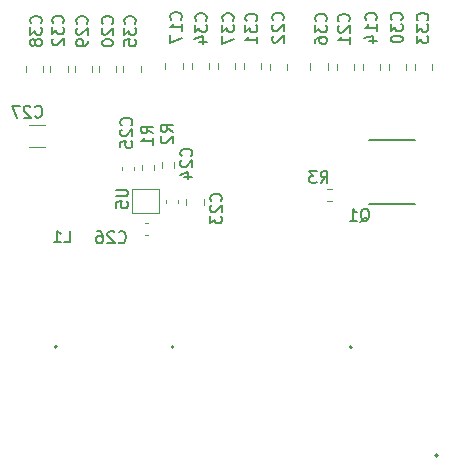
<source format=gbr>
%TF.GenerationSoftware,KiCad,Pcbnew,(6.0.7)*%
%TF.CreationDate,2022-10-31T13:10:49+02:00*%
%TF.ProjectId,DeltaX_SAGA,44656c74-6158-45f5-9341-47412e6b6963,rev?*%
%TF.SameCoordinates,Original*%
%TF.FileFunction,Legend,Bot*%
%TF.FilePolarity,Positive*%
%FSLAX46Y46*%
G04 Gerber Fmt 4.6, Leading zero omitted, Abs format (unit mm)*
G04 Created by KiCad (PCBNEW (6.0.7)) date 2022-10-31 13:10:49*
%MOMM*%
%LPD*%
G01*
G04 APERTURE LIST*
%ADD10C,0.150000*%
%ADD11C,0.200000*%
%ADD12C,0.120000*%
%ADD13C,0.127000*%
G04 APERTURE END LIST*
D10*
%TO.C,U10*%
D11*
%TO.C,U5*%
X133141180Y-101432295D02*
X133950704Y-101432295D01*
X134045942Y-101479914D01*
X134093561Y-101527533D01*
X134141180Y-101622771D01*
X134141180Y-101813247D01*
X134093561Y-101908485D01*
X134045942Y-101956104D01*
X133950704Y-102003723D01*
X133141180Y-102003723D01*
X133141180Y-102956104D02*
X133141180Y-102479914D01*
X133617371Y-102432295D01*
X133569752Y-102479914D01*
X133522133Y-102575152D01*
X133522133Y-102813247D01*
X133569752Y-102908485D01*
X133617371Y-102956104D01*
X133712609Y-103003723D01*
X133950704Y-103003723D01*
X134045942Y-102956104D01*
X134093561Y-102908485D01*
X134141180Y-102813247D01*
X134141180Y-102575152D01*
X134093561Y-102479914D01*
X134045942Y-102432295D01*
%TO.C,C38*%
X126755942Y-87361342D02*
X126803561Y-87313723D01*
X126851180Y-87170866D01*
X126851180Y-87075628D01*
X126803561Y-86932771D01*
X126708323Y-86837533D01*
X126613085Y-86789914D01*
X126422609Y-86742295D01*
X126279752Y-86742295D01*
X126089276Y-86789914D01*
X125994038Y-86837533D01*
X125898800Y-86932771D01*
X125851180Y-87075628D01*
X125851180Y-87170866D01*
X125898800Y-87313723D01*
X125946419Y-87361342D01*
X125851180Y-87694676D02*
X125851180Y-88313723D01*
X126232133Y-87980390D01*
X126232133Y-88123247D01*
X126279752Y-88218485D01*
X126327371Y-88266104D01*
X126422609Y-88313723D01*
X126660704Y-88313723D01*
X126755942Y-88266104D01*
X126803561Y-88218485D01*
X126851180Y-88123247D01*
X126851180Y-87837533D01*
X126803561Y-87742295D01*
X126755942Y-87694676D01*
X126279752Y-88885152D02*
X126232133Y-88789914D01*
X126184514Y-88742295D01*
X126089276Y-88694676D01*
X126041657Y-88694676D01*
X125946419Y-88742295D01*
X125898800Y-88789914D01*
X125851180Y-88885152D01*
X125851180Y-89075628D01*
X125898800Y-89170866D01*
X125946419Y-89218485D01*
X126041657Y-89266104D01*
X126089276Y-89266104D01*
X126184514Y-89218485D01*
X126232133Y-89170866D01*
X126279752Y-89075628D01*
X126279752Y-88885152D01*
X126327371Y-88789914D01*
X126374990Y-88742295D01*
X126470228Y-88694676D01*
X126660704Y-88694676D01*
X126755942Y-88742295D01*
X126803561Y-88789914D01*
X126851180Y-88885152D01*
X126851180Y-89075628D01*
X126803561Y-89170866D01*
X126755942Y-89218485D01*
X126660704Y-89266104D01*
X126470228Y-89266104D01*
X126374990Y-89218485D01*
X126327371Y-89170866D01*
X126279752Y-89075628D01*
%TO.C,C27*%
X126261657Y-95241342D02*
X126309276Y-95288961D01*
X126452133Y-95336580D01*
X126547371Y-95336580D01*
X126690228Y-95288961D01*
X126785466Y-95193723D01*
X126833085Y-95098485D01*
X126880704Y-94908009D01*
X126880704Y-94765152D01*
X126833085Y-94574676D01*
X126785466Y-94479438D01*
X126690228Y-94384200D01*
X126547371Y-94336580D01*
X126452133Y-94336580D01*
X126309276Y-94384200D01*
X126261657Y-94431819D01*
X125880704Y-94431819D02*
X125833085Y-94384200D01*
X125737847Y-94336580D01*
X125499752Y-94336580D01*
X125404514Y-94384200D01*
X125356895Y-94431819D01*
X125309276Y-94527057D01*
X125309276Y-94622295D01*
X125356895Y-94765152D01*
X125928323Y-95336580D01*
X125309276Y-95336580D01*
X124975942Y-94336580D02*
X124309276Y-94336580D01*
X124737847Y-95336580D01*
%TO.C,C31*%
X144985942Y-87161342D02*
X145033561Y-87113723D01*
X145081180Y-86970866D01*
X145081180Y-86875628D01*
X145033561Y-86732771D01*
X144938323Y-86637533D01*
X144843085Y-86589914D01*
X144652609Y-86542295D01*
X144509752Y-86542295D01*
X144319276Y-86589914D01*
X144224038Y-86637533D01*
X144128800Y-86732771D01*
X144081180Y-86875628D01*
X144081180Y-86970866D01*
X144128800Y-87113723D01*
X144176419Y-87161342D01*
X144081180Y-87494676D02*
X144081180Y-88113723D01*
X144462133Y-87780390D01*
X144462133Y-87923247D01*
X144509752Y-88018485D01*
X144557371Y-88066104D01*
X144652609Y-88113723D01*
X144890704Y-88113723D01*
X144985942Y-88066104D01*
X145033561Y-88018485D01*
X145081180Y-87923247D01*
X145081180Y-87637533D01*
X145033561Y-87542295D01*
X144985942Y-87494676D01*
X145081180Y-89066104D02*
X145081180Y-88494676D01*
X145081180Y-88780390D02*
X144081180Y-88780390D01*
X144224038Y-88685152D01*
X144319276Y-88589914D01*
X144366895Y-88494676D01*
%TO.C,R1*%
X136241180Y-96687533D02*
X135764990Y-96354200D01*
X136241180Y-96116104D02*
X135241180Y-96116104D01*
X135241180Y-96497057D01*
X135288800Y-96592295D01*
X135336419Y-96639914D01*
X135431657Y-96687533D01*
X135574514Y-96687533D01*
X135669752Y-96639914D01*
X135717371Y-96592295D01*
X135764990Y-96497057D01*
X135764990Y-96116104D01*
X136241180Y-97639914D02*
X136241180Y-97068485D01*
X136241180Y-97354200D02*
X135241180Y-97354200D01*
X135384038Y-97258961D01*
X135479276Y-97163723D01*
X135526895Y-97068485D01*
%TO.C,C22*%
X147245942Y-87101342D02*
X147293561Y-87053723D01*
X147341180Y-86910866D01*
X147341180Y-86815628D01*
X147293561Y-86672771D01*
X147198323Y-86577533D01*
X147103085Y-86529914D01*
X146912609Y-86482295D01*
X146769752Y-86482295D01*
X146579276Y-86529914D01*
X146484038Y-86577533D01*
X146388800Y-86672771D01*
X146341180Y-86815628D01*
X146341180Y-86910866D01*
X146388800Y-87053723D01*
X146436419Y-87101342D01*
X146436419Y-87482295D02*
X146388800Y-87529914D01*
X146341180Y-87625152D01*
X146341180Y-87863247D01*
X146388800Y-87958485D01*
X146436419Y-88006104D01*
X146531657Y-88053723D01*
X146626895Y-88053723D01*
X146769752Y-88006104D01*
X147341180Y-87434676D01*
X147341180Y-88053723D01*
X146436419Y-88434676D02*
X146388800Y-88482295D01*
X146341180Y-88577533D01*
X146341180Y-88815628D01*
X146388800Y-88910866D01*
X146436419Y-88958485D01*
X146531657Y-89006104D01*
X146626895Y-89006104D01*
X146769752Y-88958485D01*
X147341180Y-88387057D01*
X147341180Y-89006104D01*
%TO.C,C26*%
X133351657Y-105881342D02*
X133399276Y-105928961D01*
X133542133Y-105976580D01*
X133637371Y-105976580D01*
X133780228Y-105928961D01*
X133875466Y-105833723D01*
X133923085Y-105738485D01*
X133970704Y-105548009D01*
X133970704Y-105405152D01*
X133923085Y-105214676D01*
X133875466Y-105119438D01*
X133780228Y-105024200D01*
X133637371Y-104976580D01*
X133542133Y-104976580D01*
X133399276Y-105024200D01*
X133351657Y-105071819D01*
X132970704Y-105071819D02*
X132923085Y-105024200D01*
X132827847Y-104976580D01*
X132589752Y-104976580D01*
X132494514Y-105024200D01*
X132446895Y-105071819D01*
X132399276Y-105167057D01*
X132399276Y-105262295D01*
X132446895Y-105405152D01*
X133018323Y-105976580D01*
X132399276Y-105976580D01*
X131542133Y-104976580D02*
X131732609Y-104976580D01*
X131827847Y-105024200D01*
X131875466Y-105071819D01*
X131970704Y-105214676D01*
X132018323Y-105405152D01*
X132018323Y-105786104D01*
X131970704Y-105881342D01*
X131923085Y-105928961D01*
X131827847Y-105976580D01*
X131637371Y-105976580D01*
X131542133Y-105928961D01*
X131494514Y-105881342D01*
X131446895Y-105786104D01*
X131446895Y-105548009D01*
X131494514Y-105452771D01*
X131542133Y-105405152D01*
X131637371Y-105357533D01*
X131827847Y-105357533D01*
X131923085Y-105405152D01*
X131970704Y-105452771D01*
X132018323Y-105548009D01*
%TO.C,C20*%
X132805942Y-87391342D02*
X132853561Y-87343723D01*
X132901180Y-87200866D01*
X132901180Y-87105628D01*
X132853561Y-86962771D01*
X132758323Y-86867533D01*
X132663085Y-86819914D01*
X132472609Y-86772295D01*
X132329752Y-86772295D01*
X132139276Y-86819914D01*
X132044038Y-86867533D01*
X131948800Y-86962771D01*
X131901180Y-87105628D01*
X131901180Y-87200866D01*
X131948800Y-87343723D01*
X131996419Y-87391342D01*
X131996419Y-87772295D02*
X131948800Y-87819914D01*
X131901180Y-87915152D01*
X131901180Y-88153247D01*
X131948800Y-88248485D01*
X131996419Y-88296104D01*
X132091657Y-88343723D01*
X132186895Y-88343723D01*
X132329752Y-88296104D01*
X132901180Y-87724676D01*
X132901180Y-88343723D01*
X131901180Y-88962771D02*
X131901180Y-89058009D01*
X131948800Y-89153247D01*
X131996419Y-89200866D01*
X132091657Y-89248485D01*
X132282133Y-89296104D01*
X132520228Y-89296104D01*
X132710704Y-89248485D01*
X132805942Y-89200866D01*
X132853561Y-89153247D01*
X132901180Y-89058009D01*
X132901180Y-88962771D01*
X132853561Y-88867533D01*
X132805942Y-88819914D01*
X132710704Y-88772295D01*
X132520228Y-88724676D01*
X132282133Y-88724676D01*
X132091657Y-88772295D01*
X131996419Y-88819914D01*
X131948800Y-88867533D01*
X131901180Y-88962771D01*
%TO.C,C23*%
X141995942Y-102401342D02*
X142043561Y-102353723D01*
X142091180Y-102210866D01*
X142091180Y-102115628D01*
X142043561Y-101972771D01*
X141948323Y-101877533D01*
X141853085Y-101829914D01*
X141662609Y-101782295D01*
X141519752Y-101782295D01*
X141329276Y-101829914D01*
X141234038Y-101877533D01*
X141138800Y-101972771D01*
X141091180Y-102115628D01*
X141091180Y-102210866D01*
X141138800Y-102353723D01*
X141186419Y-102401342D01*
X141186419Y-102782295D02*
X141138800Y-102829914D01*
X141091180Y-102925152D01*
X141091180Y-103163247D01*
X141138800Y-103258485D01*
X141186419Y-103306104D01*
X141281657Y-103353723D01*
X141376895Y-103353723D01*
X141519752Y-103306104D01*
X142091180Y-102734676D01*
X142091180Y-103353723D01*
X141091180Y-103687057D02*
X141091180Y-104306104D01*
X141472133Y-103972771D01*
X141472133Y-104115628D01*
X141519752Y-104210866D01*
X141567371Y-104258485D01*
X141662609Y-104306104D01*
X141900704Y-104306104D01*
X141995942Y-104258485D01*
X142043561Y-104210866D01*
X142091180Y-104115628D01*
X142091180Y-103829914D01*
X142043561Y-103734676D01*
X141995942Y-103687057D01*
%TO.C,C32*%
X128605942Y-87331342D02*
X128653561Y-87283723D01*
X128701180Y-87140866D01*
X128701180Y-87045628D01*
X128653561Y-86902771D01*
X128558323Y-86807533D01*
X128463085Y-86759914D01*
X128272609Y-86712295D01*
X128129752Y-86712295D01*
X127939276Y-86759914D01*
X127844038Y-86807533D01*
X127748800Y-86902771D01*
X127701180Y-87045628D01*
X127701180Y-87140866D01*
X127748800Y-87283723D01*
X127796419Y-87331342D01*
X127701180Y-87664676D02*
X127701180Y-88283723D01*
X128082133Y-87950390D01*
X128082133Y-88093247D01*
X128129752Y-88188485D01*
X128177371Y-88236104D01*
X128272609Y-88283723D01*
X128510704Y-88283723D01*
X128605942Y-88236104D01*
X128653561Y-88188485D01*
X128701180Y-88093247D01*
X128701180Y-87807533D01*
X128653561Y-87712295D01*
X128605942Y-87664676D01*
X127796419Y-88664676D02*
X127748800Y-88712295D01*
X127701180Y-88807533D01*
X127701180Y-89045628D01*
X127748800Y-89140866D01*
X127796419Y-89188485D01*
X127891657Y-89236104D01*
X127986895Y-89236104D01*
X128129752Y-89188485D01*
X128701180Y-88617057D01*
X128701180Y-89236104D01*
%TO.C,R3*%
X150445466Y-100876580D02*
X150778800Y-100400390D01*
X151016895Y-100876580D02*
X151016895Y-99876580D01*
X150635942Y-99876580D01*
X150540704Y-99924200D01*
X150493085Y-99971819D01*
X150445466Y-100067057D01*
X150445466Y-100209914D01*
X150493085Y-100305152D01*
X150540704Y-100352771D01*
X150635942Y-100400390D01*
X151016895Y-100400390D01*
X150112133Y-99876580D02*
X149493085Y-99876580D01*
X149826419Y-100257533D01*
X149683561Y-100257533D01*
X149588323Y-100305152D01*
X149540704Y-100352771D01*
X149493085Y-100448009D01*
X149493085Y-100686104D01*
X149540704Y-100781342D01*
X149588323Y-100828961D01*
X149683561Y-100876580D01*
X149969276Y-100876580D01*
X150064514Y-100828961D01*
X150112133Y-100781342D01*
%TO.C,C17*%
X138615942Y-87041342D02*
X138663561Y-86993723D01*
X138711180Y-86850866D01*
X138711180Y-86755628D01*
X138663561Y-86612771D01*
X138568323Y-86517533D01*
X138473085Y-86469914D01*
X138282609Y-86422295D01*
X138139752Y-86422295D01*
X137949276Y-86469914D01*
X137854038Y-86517533D01*
X137758800Y-86612771D01*
X137711180Y-86755628D01*
X137711180Y-86850866D01*
X137758800Y-86993723D01*
X137806419Y-87041342D01*
X138711180Y-87993723D02*
X138711180Y-87422295D01*
X138711180Y-87708009D02*
X137711180Y-87708009D01*
X137854038Y-87612771D01*
X137949276Y-87517533D01*
X137996895Y-87422295D01*
X137711180Y-88327057D02*
X137711180Y-88993723D01*
X138711180Y-88565152D01*
%TO.C,C14*%
X155105942Y-87071342D02*
X155153561Y-87023723D01*
X155201180Y-86880866D01*
X155201180Y-86785628D01*
X155153561Y-86642771D01*
X155058323Y-86547533D01*
X154963085Y-86499914D01*
X154772609Y-86452295D01*
X154629752Y-86452295D01*
X154439276Y-86499914D01*
X154344038Y-86547533D01*
X154248800Y-86642771D01*
X154201180Y-86785628D01*
X154201180Y-86880866D01*
X154248800Y-87023723D01*
X154296419Y-87071342D01*
X155201180Y-88023723D02*
X155201180Y-87452295D01*
X155201180Y-87738009D02*
X154201180Y-87738009D01*
X154344038Y-87642771D01*
X154439276Y-87547533D01*
X154486895Y-87452295D01*
X154534514Y-88880866D02*
X155201180Y-88880866D01*
X154153561Y-88642771D02*
X154867847Y-88404676D01*
X154867847Y-89023723D01*
%TO.C,C29*%
X130645942Y-87391342D02*
X130693561Y-87343723D01*
X130741180Y-87200866D01*
X130741180Y-87105628D01*
X130693561Y-86962771D01*
X130598323Y-86867533D01*
X130503085Y-86819914D01*
X130312609Y-86772295D01*
X130169752Y-86772295D01*
X129979276Y-86819914D01*
X129884038Y-86867533D01*
X129788800Y-86962771D01*
X129741180Y-87105628D01*
X129741180Y-87200866D01*
X129788800Y-87343723D01*
X129836419Y-87391342D01*
X129836419Y-87772295D02*
X129788800Y-87819914D01*
X129741180Y-87915152D01*
X129741180Y-88153247D01*
X129788800Y-88248485D01*
X129836419Y-88296104D01*
X129931657Y-88343723D01*
X130026895Y-88343723D01*
X130169752Y-88296104D01*
X130741180Y-87724676D01*
X130741180Y-88343723D01*
X130741180Y-88819914D02*
X130741180Y-89010390D01*
X130693561Y-89105628D01*
X130645942Y-89153247D01*
X130503085Y-89248485D01*
X130312609Y-89296104D01*
X129931657Y-89296104D01*
X129836419Y-89248485D01*
X129788800Y-89200866D01*
X129741180Y-89105628D01*
X129741180Y-88915152D01*
X129788800Y-88819914D01*
X129836419Y-88772295D01*
X129931657Y-88724676D01*
X130169752Y-88724676D01*
X130264990Y-88772295D01*
X130312609Y-88819914D01*
X130360228Y-88915152D01*
X130360228Y-89105628D01*
X130312609Y-89200866D01*
X130264990Y-89248485D01*
X130169752Y-89296104D01*
%TO.C,Q1*%
X153824038Y-104161819D02*
X153919276Y-104114200D01*
X154014514Y-104018961D01*
X154157371Y-103876104D01*
X154252609Y-103828485D01*
X154347847Y-103828485D01*
X154300228Y-104066580D02*
X154395466Y-104018961D01*
X154490704Y-103923723D01*
X154538323Y-103733247D01*
X154538323Y-103399914D01*
X154490704Y-103209438D01*
X154395466Y-103114200D01*
X154300228Y-103066580D01*
X154109752Y-103066580D01*
X154014514Y-103114200D01*
X153919276Y-103209438D01*
X153871657Y-103399914D01*
X153871657Y-103733247D01*
X153919276Y-103923723D01*
X154014514Y-104018961D01*
X154109752Y-104066580D01*
X154300228Y-104066580D01*
X152919276Y-104066580D02*
X153490704Y-104066580D01*
X153204990Y-104066580D02*
X153204990Y-103066580D01*
X153300228Y-103209438D01*
X153395466Y-103304676D01*
X153490704Y-103352295D01*
%TO.C,R2*%
X137921180Y-96557533D02*
X137444990Y-96224200D01*
X137921180Y-95986104D02*
X136921180Y-95986104D01*
X136921180Y-96367057D01*
X136968800Y-96462295D01*
X137016419Y-96509914D01*
X137111657Y-96557533D01*
X137254514Y-96557533D01*
X137349752Y-96509914D01*
X137397371Y-96462295D01*
X137444990Y-96367057D01*
X137444990Y-95986104D01*
X137016419Y-96938485D02*
X136968800Y-96986104D01*
X136921180Y-97081342D01*
X136921180Y-97319438D01*
X136968800Y-97414676D01*
X137016419Y-97462295D01*
X137111657Y-97509914D01*
X137206895Y-97509914D01*
X137349752Y-97462295D01*
X137921180Y-96890866D01*
X137921180Y-97509914D01*
%TO.C,C36*%
X150875942Y-87181342D02*
X150923561Y-87133723D01*
X150971180Y-86990866D01*
X150971180Y-86895628D01*
X150923561Y-86752771D01*
X150828323Y-86657533D01*
X150733085Y-86609914D01*
X150542609Y-86562295D01*
X150399752Y-86562295D01*
X150209276Y-86609914D01*
X150114038Y-86657533D01*
X150018800Y-86752771D01*
X149971180Y-86895628D01*
X149971180Y-86990866D01*
X150018800Y-87133723D01*
X150066419Y-87181342D01*
X149971180Y-87514676D02*
X149971180Y-88133723D01*
X150352133Y-87800390D01*
X150352133Y-87943247D01*
X150399752Y-88038485D01*
X150447371Y-88086104D01*
X150542609Y-88133723D01*
X150780704Y-88133723D01*
X150875942Y-88086104D01*
X150923561Y-88038485D01*
X150971180Y-87943247D01*
X150971180Y-87657533D01*
X150923561Y-87562295D01*
X150875942Y-87514676D01*
X149971180Y-88990866D02*
X149971180Y-88800390D01*
X150018800Y-88705152D01*
X150066419Y-88657533D01*
X150209276Y-88562295D01*
X150399752Y-88514676D01*
X150780704Y-88514676D01*
X150875942Y-88562295D01*
X150923561Y-88609914D01*
X150971180Y-88705152D01*
X150971180Y-88895628D01*
X150923561Y-88990866D01*
X150875942Y-89038485D01*
X150780704Y-89086104D01*
X150542609Y-89086104D01*
X150447371Y-89038485D01*
X150399752Y-88990866D01*
X150352133Y-88895628D01*
X150352133Y-88705152D01*
X150399752Y-88609914D01*
X150447371Y-88562295D01*
X150542609Y-88514676D01*
%TO.C,C30*%
X157285942Y-87071342D02*
X157333561Y-87023723D01*
X157381180Y-86880866D01*
X157381180Y-86785628D01*
X157333561Y-86642771D01*
X157238323Y-86547533D01*
X157143085Y-86499914D01*
X156952609Y-86452295D01*
X156809752Y-86452295D01*
X156619276Y-86499914D01*
X156524038Y-86547533D01*
X156428800Y-86642771D01*
X156381180Y-86785628D01*
X156381180Y-86880866D01*
X156428800Y-87023723D01*
X156476419Y-87071342D01*
X156381180Y-87404676D02*
X156381180Y-88023723D01*
X156762133Y-87690390D01*
X156762133Y-87833247D01*
X156809752Y-87928485D01*
X156857371Y-87976104D01*
X156952609Y-88023723D01*
X157190704Y-88023723D01*
X157285942Y-87976104D01*
X157333561Y-87928485D01*
X157381180Y-87833247D01*
X157381180Y-87547533D01*
X157333561Y-87452295D01*
X157285942Y-87404676D01*
X156381180Y-88642771D02*
X156381180Y-88738009D01*
X156428800Y-88833247D01*
X156476419Y-88880866D01*
X156571657Y-88928485D01*
X156762133Y-88976104D01*
X157000228Y-88976104D01*
X157190704Y-88928485D01*
X157285942Y-88880866D01*
X157333561Y-88833247D01*
X157381180Y-88738009D01*
X157381180Y-88642771D01*
X157333561Y-88547533D01*
X157285942Y-88499914D01*
X157190704Y-88452295D01*
X157000228Y-88404676D01*
X156762133Y-88404676D01*
X156571657Y-88452295D01*
X156476419Y-88499914D01*
X156428800Y-88547533D01*
X156381180Y-88642771D01*
%TO.C,C25*%
X134405942Y-95991342D02*
X134453561Y-95943723D01*
X134501180Y-95800866D01*
X134501180Y-95705628D01*
X134453561Y-95562771D01*
X134358323Y-95467533D01*
X134263085Y-95419914D01*
X134072609Y-95372295D01*
X133929752Y-95372295D01*
X133739276Y-95419914D01*
X133644038Y-95467533D01*
X133548800Y-95562771D01*
X133501180Y-95705628D01*
X133501180Y-95800866D01*
X133548800Y-95943723D01*
X133596419Y-95991342D01*
X133596419Y-96372295D02*
X133548800Y-96419914D01*
X133501180Y-96515152D01*
X133501180Y-96753247D01*
X133548800Y-96848485D01*
X133596419Y-96896104D01*
X133691657Y-96943723D01*
X133786895Y-96943723D01*
X133929752Y-96896104D01*
X134501180Y-96324676D01*
X134501180Y-96943723D01*
X133501180Y-97848485D02*
X133501180Y-97372295D01*
X133977371Y-97324676D01*
X133929752Y-97372295D01*
X133882133Y-97467533D01*
X133882133Y-97705628D01*
X133929752Y-97800866D01*
X133977371Y-97848485D01*
X134072609Y-97896104D01*
X134310704Y-97896104D01*
X134405942Y-97848485D01*
X134453561Y-97800866D01*
X134501180Y-97705628D01*
X134501180Y-97467533D01*
X134453561Y-97372295D01*
X134405942Y-97324676D01*
%TO.C,L1*%
X128725466Y-105916580D02*
X129201657Y-105916580D01*
X129201657Y-104916580D01*
X127868323Y-105916580D02*
X128439752Y-105916580D01*
X128154038Y-105916580D02*
X128154038Y-104916580D01*
X128249276Y-105059438D01*
X128344514Y-105154676D01*
X128439752Y-105202295D01*
%TO.C,C24*%
X139485942Y-98591342D02*
X139533561Y-98543723D01*
X139581180Y-98400866D01*
X139581180Y-98305628D01*
X139533561Y-98162771D01*
X139438323Y-98067533D01*
X139343085Y-98019914D01*
X139152609Y-97972295D01*
X139009752Y-97972295D01*
X138819276Y-98019914D01*
X138724038Y-98067533D01*
X138628800Y-98162771D01*
X138581180Y-98305628D01*
X138581180Y-98400866D01*
X138628800Y-98543723D01*
X138676419Y-98591342D01*
X138676419Y-98972295D02*
X138628800Y-99019914D01*
X138581180Y-99115152D01*
X138581180Y-99353247D01*
X138628800Y-99448485D01*
X138676419Y-99496104D01*
X138771657Y-99543723D01*
X138866895Y-99543723D01*
X139009752Y-99496104D01*
X139581180Y-98924676D01*
X139581180Y-99543723D01*
X138914514Y-100400866D02*
X139581180Y-100400866D01*
X138533561Y-100162771D02*
X139247847Y-99924676D01*
X139247847Y-100543723D01*
%TO.C,C35*%
X134715942Y-87391342D02*
X134763561Y-87343723D01*
X134811180Y-87200866D01*
X134811180Y-87105628D01*
X134763561Y-86962771D01*
X134668323Y-86867533D01*
X134573085Y-86819914D01*
X134382609Y-86772295D01*
X134239752Y-86772295D01*
X134049276Y-86819914D01*
X133954038Y-86867533D01*
X133858800Y-86962771D01*
X133811180Y-87105628D01*
X133811180Y-87200866D01*
X133858800Y-87343723D01*
X133906419Y-87391342D01*
X133811180Y-87724676D02*
X133811180Y-88343723D01*
X134192133Y-88010390D01*
X134192133Y-88153247D01*
X134239752Y-88248485D01*
X134287371Y-88296104D01*
X134382609Y-88343723D01*
X134620704Y-88343723D01*
X134715942Y-88296104D01*
X134763561Y-88248485D01*
X134811180Y-88153247D01*
X134811180Y-87867533D01*
X134763561Y-87772295D01*
X134715942Y-87724676D01*
X133811180Y-89248485D02*
X133811180Y-88772295D01*
X134287371Y-88724676D01*
X134239752Y-88772295D01*
X134192133Y-88867533D01*
X134192133Y-89105628D01*
X134239752Y-89200866D01*
X134287371Y-89248485D01*
X134382609Y-89296104D01*
X134620704Y-89296104D01*
X134715942Y-89248485D01*
X134763561Y-89200866D01*
X134811180Y-89105628D01*
X134811180Y-88867533D01*
X134763561Y-88772295D01*
X134715942Y-88724676D01*
%TO.C,C34*%
X140715942Y-87131342D02*
X140763561Y-87083723D01*
X140811180Y-86940866D01*
X140811180Y-86845628D01*
X140763561Y-86702771D01*
X140668323Y-86607533D01*
X140573085Y-86559914D01*
X140382609Y-86512295D01*
X140239752Y-86512295D01*
X140049276Y-86559914D01*
X139954038Y-86607533D01*
X139858800Y-86702771D01*
X139811180Y-86845628D01*
X139811180Y-86940866D01*
X139858800Y-87083723D01*
X139906419Y-87131342D01*
X139811180Y-87464676D02*
X139811180Y-88083723D01*
X140192133Y-87750390D01*
X140192133Y-87893247D01*
X140239752Y-87988485D01*
X140287371Y-88036104D01*
X140382609Y-88083723D01*
X140620704Y-88083723D01*
X140715942Y-88036104D01*
X140763561Y-87988485D01*
X140811180Y-87893247D01*
X140811180Y-87607533D01*
X140763561Y-87512295D01*
X140715942Y-87464676D01*
X140144514Y-88940866D02*
X140811180Y-88940866D01*
X139763561Y-88702771D02*
X140477847Y-88464676D01*
X140477847Y-89083723D01*
%TO.C,C33*%
X159475942Y-87111342D02*
X159523561Y-87063723D01*
X159571180Y-86920866D01*
X159571180Y-86825628D01*
X159523561Y-86682771D01*
X159428323Y-86587533D01*
X159333085Y-86539914D01*
X159142609Y-86492295D01*
X158999752Y-86492295D01*
X158809276Y-86539914D01*
X158714038Y-86587533D01*
X158618800Y-86682771D01*
X158571180Y-86825628D01*
X158571180Y-86920866D01*
X158618800Y-87063723D01*
X158666419Y-87111342D01*
X158571180Y-87444676D02*
X158571180Y-88063723D01*
X158952133Y-87730390D01*
X158952133Y-87873247D01*
X158999752Y-87968485D01*
X159047371Y-88016104D01*
X159142609Y-88063723D01*
X159380704Y-88063723D01*
X159475942Y-88016104D01*
X159523561Y-87968485D01*
X159571180Y-87873247D01*
X159571180Y-87587533D01*
X159523561Y-87492295D01*
X159475942Y-87444676D01*
X158571180Y-88397057D02*
X158571180Y-89016104D01*
X158952133Y-88682771D01*
X158952133Y-88825628D01*
X158999752Y-88920866D01*
X159047371Y-88968485D01*
X159142609Y-89016104D01*
X159380704Y-89016104D01*
X159475942Y-88968485D01*
X159523561Y-88920866D01*
X159571180Y-88825628D01*
X159571180Y-88539914D01*
X159523561Y-88444676D01*
X159475942Y-88397057D01*
%TO.C,C21*%
X152815942Y-87191342D02*
X152863561Y-87143723D01*
X152911180Y-87000866D01*
X152911180Y-86905628D01*
X152863561Y-86762771D01*
X152768323Y-86667533D01*
X152673085Y-86619914D01*
X152482609Y-86572295D01*
X152339752Y-86572295D01*
X152149276Y-86619914D01*
X152054038Y-86667533D01*
X151958800Y-86762771D01*
X151911180Y-86905628D01*
X151911180Y-87000866D01*
X151958800Y-87143723D01*
X152006419Y-87191342D01*
X152006419Y-87572295D02*
X151958800Y-87619914D01*
X151911180Y-87715152D01*
X151911180Y-87953247D01*
X151958800Y-88048485D01*
X152006419Y-88096104D01*
X152101657Y-88143723D01*
X152196895Y-88143723D01*
X152339752Y-88096104D01*
X152911180Y-87524676D01*
X152911180Y-88143723D01*
X152911180Y-89096104D02*
X152911180Y-88524676D01*
X152911180Y-88810390D02*
X151911180Y-88810390D01*
X152054038Y-88715152D01*
X152149276Y-88619914D01*
X152196895Y-88524676D01*
%TO.C,C37*%
X143005942Y-87141342D02*
X143053561Y-87093723D01*
X143101180Y-86950866D01*
X143101180Y-86855628D01*
X143053561Y-86712771D01*
X142958323Y-86617533D01*
X142863085Y-86569914D01*
X142672609Y-86522295D01*
X142529752Y-86522295D01*
X142339276Y-86569914D01*
X142244038Y-86617533D01*
X142148800Y-86712771D01*
X142101180Y-86855628D01*
X142101180Y-86950866D01*
X142148800Y-87093723D01*
X142196419Y-87141342D01*
X142101180Y-87474676D02*
X142101180Y-88093723D01*
X142482133Y-87760390D01*
X142482133Y-87903247D01*
X142529752Y-87998485D01*
X142577371Y-88046104D01*
X142672609Y-88093723D01*
X142910704Y-88093723D01*
X143005942Y-88046104D01*
X143053561Y-87998485D01*
X143101180Y-87903247D01*
X143101180Y-87617533D01*
X143053561Y-87522295D01*
X143005942Y-87474676D01*
X142101180Y-88427057D02*
X142101180Y-89093723D01*
X143101180Y-88665152D01*
D12*
%TO.C,U5*%
X136724600Y-101429200D02*
X134438600Y-101429200D01*
X134438600Y-101429200D02*
X134438600Y-103461200D01*
X134438600Y-103461200D02*
X136724600Y-103461200D01*
X136724600Y-103461200D02*
X136724600Y-101429200D01*
%TO.C,C38*%
X126969400Y-91494852D02*
X126969400Y-90972348D01*
X125499400Y-91494852D02*
X125499400Y-90972348D01*
%TO.C,C27*%
X125726348Y-97792600D02*
X127148852Y-97792600D01*
X125726348Y-95972600D02*
X127148852Y-95972600D01*
%TO.C,C31*%
X145409800Y-91266252D02*
X145409800Y-90743748D01*
X143939800Y-91266252D02*
X143939800Y-90743748D01*
%TO.C,R1*%
X135296300Y-99346942D02*
X135296300Y-99821458D01*
X136341300Y-99346942D02*
X136341300Y-99821458D01*
%TO.C,C22*%
X146149600Y-91291652D02*
X146149600Y-90769148D01*
X147619600Y-91291652D02*
X147619600Y-90769148D01*
%TO.C,C26*%
X135849180Y-105317400D02*
X135568020Y-105317400D01*
X135849180Y-104297400D02*
X135568020Y-104297400D01*
%TO.C,C20*%
X131671600Y-91494852D02*
X131671600Y-90972348D01*
X133141600Y-91494852D02*
X133141600Y-90972348D01*
%TO.C,C23*%
X140533000Y-102209348D02*
X140533000Y-102731852D01*
X139063000Y-102209348D02*
X139063000Y-102731852D01*
%TO.C,C32*%
X127556800Y-91494852D02*
X127556800Y-90972348D01*
X129026800Y-91494852D02*
X129026800Y-90972348D01*
%TO.C,R3*%
X151426058Y-101361700D02*
X150951542Y-101361700D01*
X151426058Y-102406700D02*
X150951542Y-102406700D01*
%TO.C,C17*%
X138755000Y-91266252D02*
X138755000Y-90743748D01*
X137285000Y-91266252D02*
X137285000Y-90743748D01*
%TO.C,C14*%
X155489600Y-91315052D02*
X155489600Y-90792548D01*
X154019600Y-91315052D02*
X154019600Y-90792548D01*
%TO.C,C29*%
X129614200Y-91494852D02*
X129614200Y-90972348D01*
X131084200Y-91494852D02*
X131084200Y-90972348D01*
D11*
%TO.C,U7*%
X137987200Y-114764200D02*
G75*
G03*
X137987200Y-114764200I-100000J0D01*
G01*
D13*
%TO.C,Q1*%
X154520200Y-102672650D02*
X158470200Y-102672650D01*
X158470200Y-97232650D02*
X154520200Y-97232650D01*
D12*
%TO.C,R2*%
X136976300Y-99106942D02*
X136976300Y-99581458D01*
X138021300Y-99106942D02*
X138021300Y-99581458D01*
%TO.C,C36*%
X149574600Y-91284652D02*
X149574600Y-90762148D01*
X151044600Y-91284652D02*
X151044600Y-90762148D01*
%TO.C,C30*%
X157699400Y-91325252D02*
X157699400Y-90802748D01*
X156229400Y-91325252D02*
X156229400Y-90802748D01*
%TO.C,C25*%
X133608800Y-99794780D02*
X133608800Y-99513620D01*
X134628800Y-99794780D02*
X134628800Y-99513620D01*
D11*
%TO.C,U6*%
X153100200Y-114791800D02*
G75*
G03*
X153100200Y-114791800I-100000J0D01*
G01*
D12*
%TO.C,C24*%
X137357600Y-102330020D02*
X137357600Y-102611180D01*
X138377600Y-102330020D02*
X138377600Y-102611180D01*
%TO.C,C35*%
X133729000Y-91494852D02*
X133729000Y-90972348D01*
X135199000Y-91494852D02*
X135199000Y-90972348D01*
D11*
%TO.C,U2*%
X160350900Y-123949500D02*
G75*
G03*
X160350900Y-123949500I-100000J0D01*
G01*
D12*
%TO.C,C34*%
X139520200Y-91266252D02*
X139520200Y-90743748D01*
X140990200Y-91266252D02*
X140990200Y-90743748D01*
D11*
%TO.C,U8*%
X128106600Y-114741000D02*
G75*
G03*
X128106600Y-114741000I-100000J0D01*
G01*
D12*
%TO.C,C33*%
X158413800Y-91335452D02*
X158413800Y-90812948D01*
X159883800Y-91335452D02*
X159883800Y-90812948D01*
%TO.C,C21*%
X153279800Y-91315052D02*
X153279800Y-90792548D01*
X151809800Y-91315052D02*
X151809800Y-90792548D01*
%TO.C,C37*%
X141730000Y-91266252D02*
X141730000Y-90743748D01*
X143200000Y-91266252D02*
X143200000Y-90743748D01*
%TD*%
M02*

</source>
